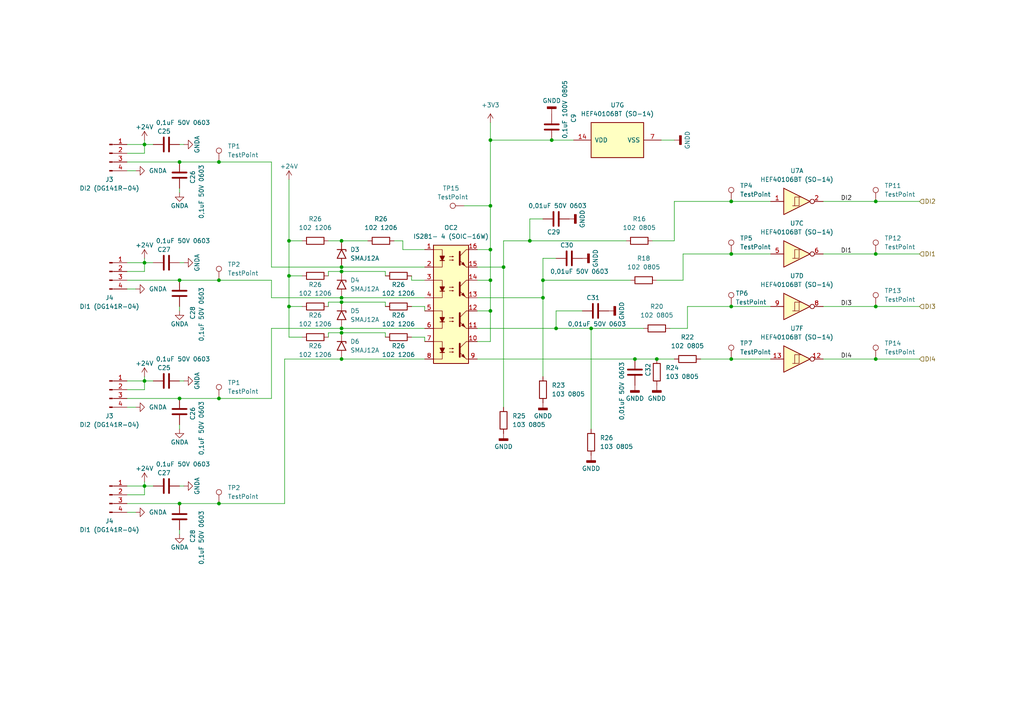
<source format=kicad_sch>
(kicad_sch (version 20230121) (generator eeschema)
  (paper "A4")
  (lib_symbols
    (symbol "4xxx:40106" (pin_names (offset 1.016))
      (property "Reference" "U" (at 0 1.27 0))
      (property "Value" "40106" (at 0 -1.27 0))
      (symbol "40106_1_0"
        (polyline (pts (xy -0.635 -1.27) (xy -0.635 1.27) (xy 0.635 1.27)))
        (polyline (pts (xy -3.81 3.81) (xy -3.81 -3.81) (xy 3.81 0) (xy -3.81 3.81)) (stroke (width 0.254)) (fill (type background)))
        (polyline (pts (xy -1.27 -1.27) (xy 0.635 -1.27) (xy 0.635 1.27) (xy 1.27 1.27)))
        (pin input line (at -7.62 0 0) (length 3.81) (name "~") (number "1"))
        (pin output inverted (at 7.62 0 180) (length 3.81) (name "~") (number "2"))
      )
      (symbol "40106_2_0"
        (polyline (pts (xy -0.635 -1.27) (xy -0.635 1.27) (xy 0.635 1.27)))
        (polyline (pts (xy -3.81 3.81) (xy -3.81 -3.81) (xy 3.81 0) (xy -3.81 3.81)) (stroke (width 0.254)) (fill (type background)))
        (polyline (pts (xy -1.27 -1.27) (xy 0.635 -1.27) (xy 0.635 1.27) (xy 1.27 1.27)))
        (pin input line (at -7.62 0 0) (length 3.81) (name "~") (number "3"))
        (pin output inverted (at 7.62 0 180) (length 3.81) (name "~") (number "4"))
      )
      (symbol "40106_3_0"
        (polyline (pts (xy -0.635 -1.27) (xy -0.635 1.27) (xy 0.635 1.27)))
        (polyline (pts (xy -3.81 3.81) (xy -3.81 -3.81) (xy 3.81 0) (xy -3.81 3.81)) (stroke (width 0.254)) (fill (type background)))
        (polyline (pts (xy -1.27 -1.27) (xy 0.635 -1.27) (xy 0.635 1.27) (xy 1.27 1.27)))
        (pin input line (at -7.62 0 0) (length 3.81) (name "~") (number "5"))
        (pin output inverted (at 7.62 0 180) (length 3.81) (name "~") (number "6"))
      )
      (symbol "40106_4_0"
        (polyline (pts (xy -0.635 -1.27) (xy -0.635 1.27) (xy 0.635 1.27)))
        (polyline (pts (xy -3.81 3.81) (xy -3.81 -3.81) (xy 3.81 0) (xy -3.81 3.81)) (stroke (width 0.254)) (fill (type background)))
        (polyline (pts (xy -1.27 -1.27) (xy 0.635 -1.27) (xy 0.635 1.27) (xy 1.27 1.27)))
        (pin output inverted (at 7.62 0 180) (length 3.81) (name "~") (number "8"))
        (pin input line (at -7.62 0 0) (length 3.81) (name "~") (number "9"))
      )
      (symbol "40106_5_0"
        (polyline (pts (xy -0.635 -1.27) (xy -0.635 1.27) (xy 0.635 1.27)))
        (polyline (pts (xy -3.81 3.81) (xy -3.81 -3.81) (xy 3.81 0) (xy -3.81 3.81)) (stroke (width 0.254)) (fill (type background)))
        (polyline (pts (xy -1.27 -1.27) (xy 0.635 -1.27) (xy 0.635 1.27) (xy 1.27 1.27)))
        (pin output inverted (at 7.62 0 180) (length 3.81) (name "~") (number "10"))
        (pin input line (at -7.62 0 0) (length 3.81) (name "~") (number "11"))
      )
      (symbol "40106_6_0"
        (polyline (pts (xy -0.635 -1.27) (xy -0.635 1.27) (xy 0.635 1.27)))
        (polyline (pts (xy -3.81 3.81) (xy -3.81 -3.81) (xy 3.81 0) (xy -3.81 3.81)) (stroke (width 0.254)) (fill (type background)))
        (polyline (pts (xy -1.27 -1.27) (xy 0.635 -1.27) (xy 0.635 1.27) (xy 1.27 1.27)))
        (pin output inverted (at 7.62 0 180) (length 3.81) (name "~") (number "12"))
        (pin input line (at -7.62 0 0) (length 3.81) (name "~") (number "13"))
      )
      (symbol "40106_7_0"
        (pin power_in line (at 0 12.7 270) (length 5.08) (name "VDD") (number "14"))
        (pin power_in line (at 0 -12.7 90) (length 5.08) (name "VSS") (number "7"))
      )
      (symbol "40106_7_1"
        (rectangle (start -5.08 7.62) (end 5.08 -7.62) (stroke (width 0.254)) (fill (type background)))
      )
    )
    (symbol "Connector:Conn_01x04_Pin" (pin_names (offset 1.016) hide)
      (property "Reference" "J" (at 0 5.08 0))
      (property "Value" "Conn_01x04_Pin" (at 0 -7.62 0))
      (symbol "Conn_01x04_Pin_1_1"
        (polyline (pts (xy 1.27 -5.08) (xy 0.8636 -5.08)) (stroke (width 0.1524)))
        (polyline (pts (xy 1.27 -2.54) (xy 0.8636 -2.54)) (stroke (width 0.1524)))
        (polyline (pts (xy 1.27 0) (xy 0.8636 0)) (stroke (width 0.1524)))
        (polyline (pts (xy 1.27 2.54) (xy 0.8636 2.54)) (stroke (width 0.1524)))
        (rectangle (start 0.8636 -4.953) (end 0 -5.207) (stroke (width 0.1524)) (fill (type outline)))
        (rectangle (start 0.8636 -2.413) (end 0 -2.667) (stroke (width 0.1524)) (fill (type outline)))
        (rectangle (start 0.8636 0.127) (end 0 -0.127) (stroke (width 0.1524)) (fill (type outline)))
        (rectangle (start 0.8636 2.667) (end 0 2.413) (stroke (width 0.1524)) (fill (type outline)))
        (pin passive line (at 5.08 2.54 180) (length 3.81) (name "Pin_1") (number "1"))
        (pin passive line (at 5.08 0 180) (length 3.81) (name "Pin_2") (number "2"))
        (pin passive line (at 5.08 -2.54 180) (length 3.81) (name "Pin_3") (number "3"))
        (pin passive line (at 5.08 -5.08 180) (length 3.81) (name "Pin_4") (number "4"))
      )
    )
    (symbol "Connector:TestPoint" (pin_numbers hide) (pin_names (offset 0.762) hide)
      (property "Reference" "TP" (at 0 6.858 0))
      (property "Value" "TestPoint" (at 0 5.08 0))
      (symbol "TestPoint_0_1"
        (circle (center 0 3.302) (radius 0.762))
      )
      (symbol "TestPoint_1_1"
        (pin passive line (at 0 0 90) (length 2.54) (name "1") (number "1"))
      )
    )
    (symbol "Device:C" (pin_numbers hide) (pin_names (offset 0.254))
      (property "Reference" "C" (at 0.635 2.54 0))
      (property "Value" "C" (at 0.635 -2.54 0))
      (symbol "C_0_1"
        (polyline (pts (xy -2.032 -0.762) (xy 2.032 -0.762)) (stroke (width 0.508)))
        (polyline (pts (xy -2.032 0.762) (xy 2.032 0.762)) (stroke (width 0.508)))
      )
      (symbol "C_1_1"
        (pin passive line (at 0 3.81 270) (length 2.794) (name "~") (number "1"))
        (pin passive line (at 0 -3.81 90) (length 2.794) (name "~") (number "2"))
      )
    )
    (symbol "Device:R" (pin_numbers hide) (pin_names (offset 0))
      (property "Reference" "R" (at 2.032 0 90))
      (property "Value" "R" (at 0 0 90))
      (symbol "R_0_1"
        (rectangle (start -1.016 -2.54) (end 1.016 2.54) (stroke (width 0.254)))
      )
      (symbol "R_1_1"
        (pin passive line (at 0 3.81 270) (length 1.27) (name "~") (number "1"))
        (pin passive line (at 0 -3.81 90) (length 1.27) (name "~") (number "2"))
      )
    )
    (symbol "Diode:SMAJ12A" (pin_numbers hide) (pin_names (offset 1.016) hide)
      (property "Reference" "D" (at 0 2.54 0))
      (property "Value" "SMAJ12A" (at 0 -2.54 0))
      (symbol "SMAJ12A_0_1"
        (polyline (pts (xy -0.762 1.27) (xy -1.27 1.27) (xy -1.27 -1.27)) (stroke (width 0.254)))
        (polyline (pts (xy 1.27 1.27) (xy 1.27 -1.27) (xy -1.27 0) (xy 1.27 1.27)) (stroke (width 0.254)))
      )
      (symbol "SMAJ12A_1_1"
        (pin passive line (at -3.81 0 0) (length 2.54) (name "A1") (number "1"))
        (pin passive line (at 3.81 0 180) (length 2.54) (name "A2") (number "2"))
      )
    )
    (symbol "PCM_4ms_Power-symbol:GNDA" (power) (pin_numbers hide) (pin_names (offset 0) hide)
      (property "Value" "GNDA" (at 0 -3.81 0))
      (symbol "GNDA_0_1"
        (polyline (pts (xy 0 0) (xy 0 -1.27) (xy 1.27 -1.27) (xy 0 -2.54) (xy -1.27 -1.27) (xy 0 -1.27)))
      )
      (symbol "GNDA_1_1"
        (pin power_in line (at 0 0 270) (length 0) hide (name "GNDA") (number "1"))
      )
    )
    (symbol "PCM_Optocoupler_AKL:Optocoupler_Quad_Generic" (pin_names (offset 1.016))
      (property "Reference" "OC" (at -5.08 17.78 0))
      (property "Value" "Optocoupler_Quad_Generic" (at -5.08 15.24 0))
      (symbol "Optocoupler_Quad_Generic_0_1"
        (rectangle (start -5.08 12.7) (end 5.08 -21.59) (stroke (width 0.254)) (fill (type background)))
        (polyline (pts (xy -3.175 8.255) (xy -1.905 8.255)) (stroke (width 0.254)))
        (polyline (pts (xy 2.54 9.525) (xy 4.445 11.43)))
        (polyline (pts (xy 4.445 6.35) (xy 2.54 8.255)) (fill (type outline)))
        (polyline (pts (xy 4.445 6.35) (xy 5.08 6.35)))
        (polyline (pts (xy 4.445 11.43) (xy 5.08 11.43)))
        (polyline (pts (xy -5.08 11.43) (xy -2.54 11.43) (xy -2.54 8.255)))
        (polyline (pts (xy -2.54 8.255) (xy -2.54 6.35) (xy -5.08 6.35)))
        (polyline (pts (xy 2.54 10.795) (xy 2.54 6.985) (xy 2.54 6.985)) (stroke (width 0.508)))
        (polyline (pts (xy -2.54 8.255) (xy -3.175 9.525) (xy -1.905 9.525) (xy -2.54 8.255)) (stroke (width 0.254)) (fill (type outline)))
        (polyline (pts (xy -0.508 8.382) (xy 0.762 8.382) (xy 0.381 8.255) (xy 0.381 8.509) (xy 0.762 8.382)))
        (polyline (pts (xy -0.508 9.398) (xy 0.762 9.398) (xy 0.381 9.271) (xy 0.381 9.525) (xy 0.762 9.398)))
        (polyline (pts (xy 3.048 7.239) (xy 3.556 7.747) (xy 4.064 6.731) (xy 3.048 7.239) (xy 3.048 7.239)) (fill (type outline)))
      )
      (symbol "Optocoupler_Quad_Generic_1_1"
        (polyline (pts (xy -3.175 -18.415) (xy -1.905 -18.415)) (stroke (width 0.254)))
        (polyline (pts (xy -3.175 -9.525) (xy -1.905 -9.525)) (stroke (width 0.254)))
        (polyline (pts (xy -3.175 -0.635) (xy -1.905 -0.635)) (stroke (width 0.254)))
        (polyline (pts (xy 2.54 -17.145) (xy 4.445 -15.24)))
        (polyline (pts (xy 2.54 -8.255) (xy 4.445 -6.35)))
        (polyline (pts (xy 2.54 0.635) (xy 4.445 2.54)))
        (polyline (pts (xy 4.445 -20.32) (xy 2.54 -18.415)) (fill (type outline)))
        (polyline (pts (xy 4.445 -20.32) (xy 5.08 -20.32)))
        (polyline (pts (xy 4.445 -15.24) (xy 5.08 -15.24)))
        (polyline (pts (xy 4.445 -11.43) (xy 2.54 -9.525)) (fill (type outline)))
        (polyline (pts (xy 4.445 -11.43) (xy 5.08 -11.43)))
        (polyline (pts (xy 4.445 -6.35) (xy 5.08 -6.35)))
        (polyline (pts (xy 4.445 -2.54) (xy 2.54 -0.635)) (fill (type outline)))
        (polyline (pts (xy 4.445 -2.54) (xy 5.08 -2.54)))
        (polyline (pts (xy 4.445 2.54) (xy 5.08 2.54)))
        (polyline (pts (xy -5.08 -15.24) (xy -2.54 -15.24) (xy -2.54 -18.415)))
        (polyline (pts (xy -5.08 -6.35) (xy -2.54 -6.35) (xy -2.54 -9.525)))
        (polyline (pts (xy -5.08 2.54) (xy -2.54 2.54) (xy -2.54 -0.635)))
        (polyline (pts (xy -2.54 -18.415) (xy -2.54 -20.32) (xy -5.08 -20.32)))
        (polyline (pts (xy -2.54 -9.525) (xy -2.54 -11.43) (xy -5.08 -11.43)))
        (polyline (pts (xy -2.54 -0.635) (xy -2.54 -2.54) (xy -5.08 -2.54)))
        (polyline (pts (xy 2.54 -15.875) (xy 2.54 -19.685) (xy 2.54 -19.685)) (stroke (width 0.508)))
        (polyline (pts (xy 2.54 -6.985) (xy 2.54 -10.795) (xy 2.54 -10.795)) (stroke (width 0.508)))
        (polyline (pts (xy 2.54 1.905) (xy 2.54 -1.905) (xy 2.54 -1.905)) (stroke (width 0.508)))
        (polyline (pts (xy -2.54 -18.415) (xy -3.175 -17.145) (xy -1.905 -17.145) (xy -2.54 -18.415)) (stroke (width 0.254)) (fill (type outline)))
        (polyline (pts (xy -2.54 -9.525) (xy -3.175 -8.255) (xy -1.905 -8.255) (xy -2.54 -9.525)) (stroke (width 0.254)) (fill (type outline)))
        (polyline (pts (xy -2.54 -0.635) (xy -3.175 0.635) (xy -1.905 0.635) (xy -2.54 -0.635)) (stroke (width 0.254)) (fill (type outline)))
        (polyline (pts (xy -0.508 -18.288) (xy 0.762 -18.288) (xy 0.381 -18.415) (xy 0.381 -18.161) (xy 0.762 -18.288)))
        (polyline (pts (xy -0.508 -17.272) (xy 0.762 -17.272) (xy 0.381 -17.399) (xy 0.381 -17.145) (xy 0.762 -17.272)))
        (polyline (pts (xy -0.508 -9.398) (xy 0.762 -9.398) (xy 0.381 -9.525) (xy 0.381 -9.271) (xy 0.762 -9.398)))
        (polyline (pts (xy -0.508 -8.382) (xy 0.762 -8.382) (xy 0.381 -8.509) (xy 0.381 -8.255) (xy 0.762 -8.382)))
        (polyline (pts (xy -0.508 -0.508) (xy 0.762 -0.508) (xy 0.381 -0.635) (xy 0.381 -0.381) (xy 0.762 -0.508)))
        (polyline (pts (xy -0.508 0.508) (xy 0.762 0.508) (xy 0.381 0.381) (xy 0.381 0.635) (xy 0.762 0.508)))
        (polyline (pts (xy 3.048 -19.431) (xy 3.556 -18.923) (xy 4.064 -19.939) (xy 3.048 -19.431) (xy 3.048 -19.431)) (fill (type outline)))
        (polyline (pts (xy 3.048 -10.541) (xy 3.556 -10.033) (xy 4.064 -11.049) (xy 3.048 -10.541) (xy 3.048 -10.541)) (fill (type outline)))
        (polyline (pts (xy 3.048 -1.651) (xy 3.556 -1.143) (xy 4.064 -2.159) (xy 3.048 -1.651) (xy 3.048 -1.651)) (fill (type outline)))
        (pin passive line (at -7.62 11.43 0) (length 2.54) (name "~") (number "1"))
        (pin passive line (at 7.62 -15.24 180) (length 2.54) (name "~") (number "10"))
        (pin passive line (at 7.62 -11.43 180) (length 2.54) (name "~") (number "11"))
        (pin passive line (at 7.62 -6.35 180) (length 2.54) (name "~") (number "12"))
        (pin passive line (at 7.62 -2.54 180) (length 2.54) (name "~") (number "13"))
        (pin passive line (at 7.62 2.54 180) (length 2.54) (name "~") (number "14"))
        (pin passive line (at 7.62 6.35 180) (length 2.54) (name "~") (number "15"))
        (pin passive line (at 7.62 11.43 180) (length 2.54) (name "~") (number "16"))
        (pin passive line (at -7.62 6.35 0) (length 2.54) (name "~") (number "2"))
        (pin passive line (at -7.62 2.54 0) (length 2.54) (name "~") (number "3"))
        (pin passive line (at -7.62 -2.54 0) (length 2.54) (name "~") (number "4"))
        (pin passive line (at -7.62 -6.35 0) (length 2.54) (name "~") (number "5"))
        (pin passive line (at -7.62 -11.43 0) (length 2.54) (name "~") (number "6"))
        (pin passive line (at -7.62 -15.24 0) (length 2.54) (name "~") (number "7"))
        (pin passive line (at -7.62 -20.32 0) (length 2.54) (name "~") (number "8"))
        (pin passive line (at 7.62 -20.32 180) (length 2.54) (name "~") (number "9"))
      )
    )
    (symbol "power:+24V" (power) (pin_numbers hide) (pin_names (offset 0) hide)
      (property "Value" "+24V" (at 0 3.556 0))
      (symbol "+24V_0_1"
        (polyline (pts (xy -0.762 1.27) (xy 0 2.54)))
        (polyline (pts (xy 0 0) (xy 0 2.54)))
        (polyline (pts (xy 0 2.54) (xy 0.762 1.27)))
      )
      (symbol "+24V_1_1"
        (pin power_in line (at 0 0 90) (length 0) hide (name "+24V") (number "1"))
      )
    )
    (symbol "power:+3V3" (power) (pin_numbers hide) (pin_names (offset 0) hide)
      (property "Value" "+3V3" (at 0 3.556 0))
      (symbol "+3V3_0_1"
        (polyline (pts (xy -0.762 1.27) (xy 0 2.54)))
        (polyline (pts (xy 0 0) (xy 0 2.54)))
        (polyline (pts (xy 0 2.54) (xy 0.762 1.27)))
      )
      (symbol "+3V3_1_1"
        (pin power_in line (at 0 0 90) (length 0) hide (name "+3V3") (number "1"))
      )
    )
    (symbol "power:GNDD" (power) (pin_numbers hide) (pin_names (offset 0) hide)
      (property "Value" "GNDD" (at 0 -3.175 0))
      (symbol "GNDD_0_1"
        (rectangle (start -1.27 -1.524) (end 1.27 -2.032) (stroke (width 0.254)) (fill (type outline)))
        (polyline (pts (xy 0 0) (xy 0 -1.524)))
      )
      (symbol "GNDD_1_1"
        (pin power_in line (at 0 0 270) (length 0) hide (name "GNDD") (number "1"))
      )
    )
  )
  (junction (at 52.07 81.28))
  (junction (at 41.91 76.2))
  (junction (at 142.24 59.69))
  (junction (at 190.5 104.14))
  (junction (at 142.24 72.39))
  (junction (at 41.91 110.49))
  (junction (at 83.82 69.85))
  (junction (at 41.91 41.91))
  (junction (at 142.24 90.17))
  (junction (at 41.91 140.97))
  (junction (at 99.06 69.85))
  (junction (at 146.05 77.47))
  (junction (at 63.5 115.57))
  (junction (at 254 73.66))
  (junction (at 160.02 40.64))
  (junction (at 99.06 78.74))
  (junction (at 212.09 104.14))
  (junction (at 63.5 146.05))
  (junction (at 212.09 88.9))
  (junction (at 99.06 86.36))
  (junction (at 99.06 95.25))
  (junction (at 99.06 77.47))
  (junction (at 83.82 88.9))
  (junction (at 254 88.9))
  (junction (at 52.07 115.57))
  (junction (at 52.07 46.99))
  (junction (at 99.06 104.14))
  (junction (at 99.06 87.63))
  (junction (at 171.45 95.25))
  (junction (at 157.48 86.36))
  (junction (at 212.09 73.66))
  (junction (at 153.67 69.85))
  (junction (at 184.15 104.14))
  (junction (at 142.24 40.64))
  (junction (at 83.82 80.01))
  (junction (at 254 104.14))
  (junction (at 161.29 95.25))
  (junction (at 63.5 46.99))
  (junction (at 99.06 96.52))
  (junction (at 142.24 81.28))
  (junction (at 157.48 81.28))
  (junction (at 63.5 81.28))
  (junction (at 212.09 58.42))
  (junction (at 52.07 146.05))
  (junction (at 254 58.42))
  (wire (pts (xy 41.91 110.49) (xy 41.91 113.03)))
  (wire (pts (xy 99.06 77.47) (xy 123.19 77.47)))
  (wire (pts (xy 212.09 88.9) (xy 223.52 88.9)))
  (wire (pts (xy 52.07 124.46) (xy 52.07 123.19)))
  (wire (pts (xy 99.06 96.52) (xy 111.76 96.52)))
  (wire (pts (xy 161.29 95.25) (xy 171.45 95.25)))
  (wire (pts (xy 41.91 110.49) (xy 44.45 110.49)))
  (wire (pts (xy 146.05 118.11) (xy 146.05 77.47)))
  (wire (pts (xy 99.06 87.63) (xy 111.76 87.63)))
  (wire (pts (xy 41.91 109.22) (xy 41.91 110.49)))
  (wire (pts (xy 142.24 40.64) (xy 142.24 59.69)))
  (wire (pts (xy 138.43 90.17) (xy 142.24 90.17)))
  (wire (pts (xy 238.76 104.14) (xy 254 104.14)))
  (wire (pts (xy 168.91 90.17) (xy 161.29 90.17)))
  (wire (pts (xy 36.83 146.05) (xy 52.07 146.05)))
  (wire (pts (xy 95.25 88.9) (xy 95.25 87.63)))
  (wire (pts (xy 212.09 104.14) (xy 223.52 104.14)))
  (wire (pts (xy 95.25 80.01) (xy 95.25 78.74)))
  (wire (pts (xy 195.58 40.64) (xy 191.77 40.64)))
  (wire (pts (xy 44.45 76.2) (xy 41.91 76.2)))
  (wire (pts (xy 78.74 86.36) (xy 99.06 86.36)))
  (wire (pts (xy 63.5 46.99) (xy 52.07 46.99)))
  (wire (pts (xy 36.83 49.53) (xy 39.37 49.53)))
  (wire (pts (xy 82.55 104.14) (xy 82.55 146.05)))
  (wire (pts (xy 142.24 35.56) (xy 142.24 40.64)))
  (wire (pts (xy 41.91 76.2) (xy 41.91 78.74)))
  (wire (pts (xy 171.45 95.25) (xy 171.45 124.46)))
  (wire (pts (xy 36.83 113.03) (xy 41.91 113.03)))
  (wire (pts (xy 138.43 72.39) (xy 142.24 72.39)))
  (wire (pts (xy 83.82 97.79) (xy 83.82 88.9)))
  (wire (pts (xy 78.74 115.57) (xy 63.5 115.57)))
  (wire (pts (xy 53.34 110.49) (xy 52.07 110.49)))
  (wire (pts (xy 161.29 74.93) (xy 157.48 74.93)))
  (wire (pts (xy 157.48 81.28) (xy 182.88 81.28)))
  (wire (pts (xy 83.82 88.9) (xy 83.82 80.01)))
  (wire (pts (xy 142.24 99.06) (xy 142.24 90.17)))
  (wire (pts (xy 195.58 69.85) (xy 195.58 58.42)))
  (wire (pts (xy 78.74 95.25) (xy 99.06 95.25)))
  (wire (pts (xy 146.05 69.85) (xy 146.05 77.47)))
  (wire (pts (xy 87.63 80.01) (xy 83.82 80.01)))
  (wire (pts (xy 138.43 99.06) (xy 142.24 99.06)))
  (wire (pts (xy 36.83 140.97) (xy 41.91 140.97)))
  (wire (pts (xy 153.67 63.5) (xy 153.67 69.85)))
  (wire (pts (xy 78.74 46.99) (xy 78.74 77.47)))
  (wire (pts (xy 238.76 88.9) (xy 254 88.9)))
  (wire (pts (xy 78.74 95.25) (xy 78.74 115.57)))
  (wire (pts (xy 99.06 95.25) (xy 123.19 95.25)))
  (wire (pts (xy 95.25 69.85) (xy 99.06 69.85)))
  (wire (pts (xy 254 73.66) (xy 266.7 73.66)))
  (wire (pts (xy 190.5 104.14) (xy 195.58 104.14)))
  (wire (pts (xy 39.37 148.59) (xy 36.83 148.59)))
  (wire (pts (xy 99.06 86.36) (xy 123.19 86.36)))
  (wire (pts (xy 36.83 41.91) (xy 41.91 41.91)))
  (wire (pts (xy 36.83 78.74) (xy 41.91 78.74)))
  (wire (pts (xy 99.06 104.14) (xy 123.19 104.14)))
  (wire (pts (xy 161.29 90.17) (xy 161.29 95.25)))
  (wire (pts (xy 114.3 69.85) (xy 116.84 69.85)))
  (wire (pts (xy 52.07 46.99) (xy 36.83 46.99)))
  (wire (pts (xy 87.63 88.9) (xy 83.82 88.9)))
  (wire (pts (xy 119.38 81.28) (xy 119.38 80.01)))
  (wire (pts (xy 52.07 115.57) (xy 36.83 115.57)))
  (wire (pts (xy 194.31 95.25) (xy 199.39 95.25)))
  (wire (pts (xy 254 88.9) (xy 266.7 88.9)))
  (wire (pts (xy 44.45 140.97) (xy 41.91 140.97)))
  (wire (pts (xy 119.38 97.79) (xy 123.19 97.79)))
  (wire (pts (xy 78.74 77.47) (xy 99.06 77.47)))
  (wire (pts (xy 157.48 81.28) (xy 157.48 86.36)))
  (wire (pts (xy 223.52 73.66) (xy 212.09 73.66)))
  (wire (pts (xy 41.91 41.91) (xy 41.91 44.45)))
  (wire (pts (xy 198.12 81.28) (xy 190.5 81.28)))
  (wire (pts (xy 52.07 81.28) (xy 63.5 81.28)))
  (wire (pts (xy 203.2 104.14) (xy 212.09 104.14)))
  (wire (pts (xy 116.84 69.85) (xy 116.84 72.39)))
  (wire (pts (xy 146.05 69.85) (xy 153.67 69.85)))
  (wire (pts (xy 36.83 110.49) (xy 41.91 110.49)))
  (wire (pts (xy 189.23 69.85) (xy 195.58 69.85)))
  (wire (pts (xy 111.76 87.63) (xy 111.76 88.9)))
  (wire (pts (xy 138.43 81.28) (xy 142.24 81.28)))
  (wire (pts (xy 157.48 86.36) (xy 157.48 109.22)))
  (wire (pts (xy 99.06 69.85) (xy 106.68 69.85)))
  (wire (pts (xy 52.07 154.94) (xy 52.07 153.67)))
  (wire (pts (xy 123.19 88.9) (xy 123.19 90.17)))
  (wire (pts (xy 142.24 59.69) (xy 142.24 72.39)))
  (wire (pts (xy 254 104.14) (xy 266.7 104.14)))
  (wire (pts (xy 123.19 81.28) (xy 119.38 81.28)))
  (wire (pts (xy 99.06 104.14) (xy 82.55 104.14)))
  (wire (pts (xy 160.02 40.64) (xy 166.37 40.64)))
  (wire (pts (xy 111.76 78.74) (xy 111.76 80.01)))
  (wire (pts (xy 116.84 72.39) (xy 123.19 72.39)))
  (wire (pts (xy 238.76 58.42) (xy 254 58.42)))
  (wire (pts (xy 53.34 76.2) (xy 52.07 76.2)))
  (wire (pts (xy 212.09 58.42) (xy 223.52 58.42)))
  (wire (pts (xy 63.5 46.99) (xy 78.74 46.99)))
  (wire (pts (xy 195.58 58.42) (xy 212.09 58.42)))
  (wire (pts (xy 83.82 80.01) (xy 83.82 69.85)))
  (wire (pts (xy 52.07 146.05) (xy 63.5 146.05)))
  (wire (pts (xy 82.55 146.05) (xy 63.5 146.05)))
  (wire (pts (xy 146.05 77.47) (xy 138.43 77.47)))
  (wire (pts (xy 52.07 90.17) (xy 52.07 88.9)))
  (wire (pts (xy 41.91 74.93) (xy 41.91 76.2)))
  (wire (pts (xy 41.91 41.91) (xy 44.45 41.91)))
  (wire (pts (xy 95.25 96.52) (xy 99.06 96.52)))
  (wire (pts (xy 83.82 52.07) (xy 83.82 69.85)))
  (wire (pts (xy 238.76 73.66) (xy 254 73.66)))
  (wire (pts (xy 83.82 69.85) (xy 87.63 69.85)))
  (wire (pts (xy 138.43 86.36) (xy 157.48 86.36)))
  (wire (pts (xy 53.34 140.97) (xy 52.07 140.97)))
  (wire (pts (xy 171.45 95.25) (xy 186.69 95.25)))
  (wire (pts (xy 36.83 143.51) (xy 41.91 143.51)))
  (wire (pts (xy 99.06 78.74) (xy 111.76 78.74)))
  (wire (pts (xy 157.48 74.93) (xy 157.48 81.28)))
  (wire (pts (xy 36.83 76.2) (xy 41.91 76.2)))
  (wire (pts (xy 95.25 97.79) (xy 95.25 96.52)))
  (wire (pts (xy 134.62 59.69) (xy 142.24 59.69)))
  (wire (pts (xy 36.83 118.11) (xy 39.37 118.11)))
  (wire (pts (xy 39.37 83.82) (xy 36.83 83.82)))
  (wire (pts (xy 111.76 96.52) (xy 111.76 97.79)))
  (wire (pts (xy 199.39 88.9) (xy 212.09 88.9)))
  (wire (pts (xy 190.5 104.14) (xy 184.15 104.14)))
  (wire (pts (xy 36.83 81.28) (xy 52.07 81.28)))
  (wire (pts (xy 63.5 115.57) (xy 52.07 115.57)))
  (wire (pts (xy 199.39 95.25) (xy 199.39 88.9)))
  (wire (pts (xy 119.38 88.9) (xy 123.19 88.9)))
  (wire (pts (xy 138.43 104.14) (xy 184.15 104.14)))
  (wire (pts (xy 53.34 41.91) (xy 52.07 41.91)))
  (wire (pts (xy 153.67 69.85) (xy 181.61 69.85)))
  (wire (pts (xy 41.91 140.97) (xy 41.91 143.51)))
  (wire (pts (xy 41.91 40.64) (xy 41.91 41.91)))
  (wire (pts (xy 87.63 97.79) (xy 83.82 97.79)))
  (wire (pts (xy 63.5 81.28) (xy 78.74 81.28)))
  (wire (pts (xy 123.19 97.79) (xy 123.19 99.06)))
  (wire (pts (xy 78.74 81.28) (xy 78.74 86.36)))
  (wire (pts (xy 142.24 40.64) (xy 160.02 40.64)))
  (wire (pts (xy 95.25 87.63) (xy 99.06 87.63)))
  (wire (pts (xy 95.25 78.74) (xy 99.06 78.74)))
  (wire (pts (xy 41.91 139.7) (xy 41.91 140.97)))
  (wire (pts (xy 52.07 55.88) (xy 52.07 54.61)))
  (wire (pts (xy 36.83 44.45) (xy 41.91 44.45)))
  (wire (pts (xy 157.48 63.5) (xy 153.67 63.5)))
  (wire (pts (xy 142.24 90.17) (xy 142.24 81.28)))
  (wire (pts (xy 198.12 81.28) (xy 198.12 73.66)))
  (wire (pts (xy 138.43 95.25) (xy 161.29 95.25)))
  (wire (pts (xy 198.12 73.66) (xy 212.09 73.66)))
  (wire (pts (xy 254 58.42) (xy 266.7 58.42)))
  (wire (pts (xy 142.24 81.28) (xy 142.24 72.39)))
  (label "DI3" (at 243.84 88.9 0))
  (label "DI2" (at 243.84 58.42 0))
  (label "DI1" (at 243.84 73.66 0))
  (label "DI4" (at 243.84 104.14 0))
  (hierarchical_label "DI2" (shape input) (at 266.7 58.42 0))
  (hierarchical_label "DI3" (shape input) (at 266.7 88.9 0))
  (hierarchical_label "DI1" (shape input) (at 266.7 73.66 0))
  (hierarchical_label "DI4" (shape input) (at 266.7 104.14 0))
  (symbol (lib_id "power:GNDD") (at 171.45 132.08 0) (unit 1)
    (property "Reference" "#PWR048" (effects hide))
    (property "Value" "GNDD" (at 171.45 135.89 0))
    (instances (project "Плата внешних шаговых двигателей" (path "" (reference "#PWR048") (unit 1)) (path "" (reference "#PWR078") (unit 1)) (path "" (reference "#PWR078") (unit 1))))
  )
  (symbol (lib_id "Connector:TestPoint") (at 212.09 104.14 0) (unit 1)
    (property "Reference" "TP7" (at 214.63 99.568 0) (effects (justify left)))
    (property "Value" "TestPoint" (at 214.63 102.108 0) (effects (justify left)))
    (property "Footprint" "PCM_4ms_TestPoint:TestPoint_D1" (effects hide))
    (instances (project "Плата внешних шаговых двигателей" (path "" (reference "TP7") (unit 1)) (path "" (reference "TP14") (unit 1))))
  )
  (symbol (lib_id "Device:C") (at 165.1 74.93 90) (unit 1)
    (property "Reference" "C30" (at 166.37 71.12 90) (effects (justify left)))
    (property "Value" "0,01uF 50V 0603" (at 176.53 78.74 90) (effects (justify left)))
    (property "Footprint" "PCM_Capacitor_SMD_US_Handsoldering_AKL:C_0603_1608Metric_Pad1.08x0.95mm" (effects hide))
    (instances (project "Плата внешних шаговых двигателей" (path "" (reference "C30") (unit 1)) (path "" (reference "C28") (unit 1))))
  )
  (symbol (lib_id "Device:R") (at 190.5 95.25 90) (unit 1)
    (property "Reference" "R20" (at 190.5 88.9 90))
    (property "Value" "102 0805" (at 190.5 91.44 90))
    (property "Footprint" "PCM_Resistor_SMD_AKL:R_0805_2012Metric_Pad1.20x1.40mm_HandSolder" (effects hide))
    (instances (project "Плата внешних шаговых двигателей" (path "" (reference "R20") (unit 1)) (path "" (reference "R31") (unit 1)) (path "" (reference "R31") (unit 1))))
  )
  (symbol (lib_id "Connector:TestPoint") (at 63.5 81.28 0) (unit 1)
    (property "Reference" "TP2" (at 66.04 76.708 0) (effects (justify left)))
    (property "Value" "TestPoint" (at 66.04 79.248 0) (effects (justify left)))
    (property "Footprint" "PCM_4ms_TestPoint:TestPoint_D1" (effects hide))
    (instances (project "Плата внешних шаговых двигателей" (path "" (reference "TP2") (unit 1)) (path "" (reference "TP13") (unit 1))))
  )
  (symbol (lib_id "PCM_4ms_Power-symbol:GNDA") (at 53.34 41.91 90) (unit 1)
    (property "Reference" "#PWR065" (effects hide))
    (property "Value" "GNDA" (at 57.15 41.91 0))
    (instances (project "Плата внешних шаговых двигателей" (path "" (reference "#PWR065") (unit 1)) (path "" (reference "#PWR061") (unit 1))) (project "Плата фото светодиоды" (path "" (reference "#PWR03") (unit 1))))
  )
  (symbol (lib_id "power:GNDD") (at 146.05 125.73 0) (unit 1)
    (property "Reference" "#PWR047" (effects hide))
    (property "Value" "GNDD" (at 146.05 129.54 0))
    (instances (project "Плата внешних шаговых двигателей" (path "" (reference "#PWR047") (unit 1)) (path "" (reference "#PWR077") (unit 1)) (path "" (reference "#PWR077") (unit 1))))
  )
  (symbol (lib_id "PCM_4ms_Power-symbol:GNDA") (at 52.07 124.46 0) (unit 1)
    (property "Reference" "#PWR070" (effects hide))
    (property "Value" "GNDA" (at 52.07 128.27 0))
    (instances (project "Плата внешних шаговых двигателей" (path "" (reference "#PWR070") (unit 1)) (path "" (reference "#PWR085") (unit 1))) (project "Плата фото светодиоды" (path "" (reference "#PWR03") (unit 1))))
  )
  (symbol (lib_id "Connector:TestPoint") (at 212.09 58.42 0) (unit 1)
    (property "Reference" "TP4" (at 214.63 53.848 0) (effects (justify left)))
    (property "Value" "TestPoint" (at 214.63 56.388 0) (effects (justify left)))
    (property "Footprint" "PCM_4ms_TestPoint:TestPoint_D1" (effects hide))
    (instances (project "Плата внешних шаговых двигателей" (path "" (reference "TP4") (unit 1)) (path "" (reference "TP1") (unit 1))))
  )
  (symbol (lib_id "PCM_4ms_Power-symbol:GNDA") (at 53.34 110.49 90) (unit 1)
    (property "Reference" "#PWR065" (effects hide))
    (property "Value" "GNDA" (at 57.15 110.49 0))
    (instances (project "Плата внешних шаговых двигателей" (path "" (reference "#PWR065") (unit 1)) (path "" (reference "#PWR083") (unit 1))) (project "Плата фото светодиоды" (path "" (reference "#PWR03") (unit 1))))
  )
  (symbol (lib_id "Device:R") (at 91.44 69.85 90) (unit 1)
    (property "Reference" "R26" (at 91.44 63.5 90))
    (property "Value" "102 1206" (at 91.44 66.04 90))
    (property "Footprint" "PCM_Resistor_SMD_AKL:R_1206_3216Metric_Pad1.42x1.75mm_HandSolder" (effects hide))
    (instances (project "Плата внешних шаговых двигателей" (path "" (reference "R26") (unit 1)) (path "" (reference "R23") (unit 1)) (path "" (reference "R23") (unit 1))))
  )
  (symbol (lib_id "Connector:TestPoint") (at 254 88.9 0) (unit 1)
    (property "Reference" "TP13" (at 256.54 84.328 0) (effects (justify left)))
    (property "Value" "TestPoint" (at 256.54 86.868 0) (effects (justify left)))
    (property "Footprint" "PCM_4ms_TestPoint:TestPoint_D1" (effects hide))
    (instances (project "Плата внешних шаговых двигателей" (path "" (reference "TP13") (unit 1)) (path "" (reference "TP12") (unit 1))))
  )
  (symbol (lib_id "Device:R") (at 91.44 80.01 90) (unit 1)
    (property "Reference" "R26" (at 91.44 82.55 90))
    (property "Value" "102 1206" (at 91.44 85.09 90))
    (property "Footprint" "PCM_Resistor_SMD_AKL:R_1206_3216Metric_Pad1.42x1.75mm_HandSolder" (effects hide))
  )
  (symbol (lib_id "PCM_Optocoupler_AKL:Optocoupler_Quad_Generic") (at 130.81 83.82 0) (unit 1)
    (property "Reference" "OC2" (at 130.81 66.04 0))
    (property "Value" "IS281- 4 (SOIC-16W)" (at 130.81 68.58 0))
    (property "Footprint" "PCM_Package_SO_AKL:SOIC-16W_5.3x10.2mm_P1.27mm" (effects hide))
    (instances (project "Плата внешних шаговых двигателей" (path "" (reference "OC2") (unit 1)) (path "" (reference "OC1") (unit 1)) (path "" (reference "OC1") (unit 1))))
  )
  (symbol (lib_id "power:GNDD") (at 165.1 63.5 90) (unit 1)
    (property "Reference" "#PWR048" (effects hide))
    (property "Value" "GNDD" (at 168.91 63.5 0))
    (instances (project "Плата внешних шаговых двигателей" (path "" (reference "#PWR048") (unit 1)) (path "" (reference "#PWR081") (unit 1)) (path "" (reference "#PWR062") (unit 1))))
  )
  (symbol (lib_id "PCM_4ms_Power-symbol:GNDA") (at 52.07 55.88 0) (unit 1)
    (property "Reference" "#PWR070" (effects hide))
    (property "Value" "GNDA" (at 52.07 59.69 0))
    (instances (project "Плата внешних шаговых двигателей" (path "" (reference "#PWR070") (unit 1)) (path "" (reference "#PWR065") (unit 1))) (project "Плата фото светодиоды" (path "" (reference "#PWR03") (unit 1))))
  )
  (symbol (lib_id "Connector:TestPoint") (at 212.09 73.66 0) (unit 1)
    (property "Reference" "TP5" (at 214.63 69.088 0) (effects (justify left)))
    (property "Value" "TestPoint" (at 214.63 71.628 0) (effects (justify left)))
    (property "Footprint" "PCM_4ms_TestPoint:TestPoint_D1" (effects hide))
  )
  (symbol (lib_id "Device:R") (at 157.48 113.03 0) (unit 1)
    (property "Reference" "R23" (at 160.02 111.76 0) (effects (justify left)))
    (property "Value" "103 0805" (at 160.02 114.3 0) (effects (justify left)))
    (property "Footprint" "PCM_Resistor_SMD_AKL:R_0805_2012Metric_Pad1.20x1.40mm_HandSolder" (effects hide))
    (instances (project "Плата внешних шаговых двигателей" (path "" (reference "R23") (unit 1)) (path "" (reference "R35") (unit 1)) (path "" (reference "R36") (unit 1))))
  )
  (symbol (lib_id "4xxx:40106") (at 179.07 40.64 90) (unit 7)
    (property "Reference" "U7" (at 179.07 30.48 90))
    (property "Value" "HEF40106BT (SO-14)" (at 179.07 33.02 90))
    (property "Footprint" "Package_SO:SO-14_5.3x10.2mm_P1.27mm" (effects hide))
    (property "Datasheet" "https://assets.nexperia.com/documents/data-sheet/HEF40106B.pdf" (effects hide))
  )
  (symbol (lib_id "power:+24V") (at 41.91 139.7 0) (unit 1)
    (property "Reference" "#PWR031" (effects hide))
    (property "Value" "+24V" (at 41.91 135.89 0))
    (instances (project "Плата внешних шаговых двигателей" (path "" (reference "#PWR031") (unit 1)) (path "" (reference "#PWR069") (unit 1)) (path "" (reference "#PWR086") (unit 1))))
  )
  (symbol (lib_id "Device:C") (at 52.07 85.09 0) (unit 1)
    (property "Reference" "C28" (at 55.88 92.71 90) (effects (justify left)))
    (property "Value" "0,1uF 50V 0603" (at 58.42 99.06 90) (effects (justify left)))
    (property "Footprint" "Capacitor_SMD:C_0603_1608Metric_Pad1.08x0.95mm_HandSolder" (effects hide))
    (instances (project "Плата внешних шаговых двигателей" (path "" (reference "C28") (unit 1)) (path "" (reference "C31") (unit 1))))
  )
  (symbol (lib_id "Connector:TestPoint") (at 254 58.42 0) (unit 1)
    (property "Reference" "TP11" (at 256.54 53.848 0) (effects (justify left)))
    (property "Value" "TestPoint" (at 256.54 56.388 0) (effects (justify left)))
    (property "Footprint" "PCM_4ms_TestPoint:TestPoint_D1" (effects hide))
    (instances (project "Плата внешних шаговых двигателей" (path "" (reference "TP11") (unit 1)) (path "" (reference "TP2") (unit 1))))
  )
  (symbol (lib_id "Connector:TestPoint") (at 254 73.66 0) (unit 1)
    (property "Reference" "TP12" (at 256.54 69.088 0) (effects (justify left)))
    (property "Value" "TestPoint" (at 256.54 71.628 0) (effects (justify left)))
    (property "Footprint" "PCM_4ms_TestPoint:TestPoint_D1" (effects hide))
    (instances (project "Плата внешних шаговых двигателей" (path "" (reference "TP12") (unit 1)) (path "" (reference "TP6") (unit 1))))
  )
  (symbol (lib_id "power:GNDD") (at 190.5 111.76 0) (unit 1)
    (property "Reference" "#PWR045" (effects hide))
    (property "Value" "GNDD" (at 190.5 115.57 0))
    (instances (project "Плата внешних шаговых двигателей" (path "" (reference "#PWR045") (unit 1)) (path "" (reference "#PWR076") (unit 1)) (path "" (reference "#PWR075") (unit 1))))
  )
  (symbol (lib_id "4xxx:40106") (at 231.14 104.14 0) (unit 6)
    (property "Reference" "U7" (at 231.14 95.25 0))
    (property "Value" "HEF40106BT (SO-14)" (at 231.14 97.79 0))
    (property "Footprint" "Package_SO:SO-14_5.3x10.2mm_P1.27mm" (effects hide))
    (property "Datasheet" "https://assets.nexperia.com/documents/data-sheet/HEF40106B.pdf" (effects hide))
  )
  (symbol (lib_id "Device:C") (at 52.07 149.86 0) (unit 1)
    (property "Reference" "C28" (at 55.88 157.48 90) (effects (justify left)))
    (property "Value" "0,1uF 50V 0603" (at 58.42 163.83 90) (effects (justify left)))
    (property "Footprint" "Capacitor_SMD:C_0603_1608Metric_Pad1.08x0.95mm_HandSolder" (effects hide))
    (instances (project "Плата внешних шаговых двигателей" (path "" (reference "C28") (unit 1)) (path "" (reference "C36") (unit 1))))
  )
  (symbol (lib_id "power:+3V3") (at 142.24 35.56 0) (unit 1)
    (property "Reference" "#PWR034" (effects hide))
    (property "Value" "+3V3" (at 142.24 30.48 0))
    (instances (project "Плата внешних шаговых двигателей" (path "" (reference "#PWR034") (unit 1)) (path "" (reference "#PWR064") (unit 1)) (path "" (reference "#PWR013") (unit 1))))
  )
  (symbol (lib_id "Device:C") (at 172.72 90.17 90) (unit 1)
    (property "Reference" "C31" (at 173.99 86.36 90) (effects (justify left)))
    (property "Value" "0,01uF 50V 0603" (at 181.61 93.98 90) (effects (justify left)))
    (property "Footprint" "PCM_Capacitor_SMD_US_Handsoldering_AKL:C_0603_1608Metric_Pad1.08x0.95mm" (effects hide))
    (instances (project "Плата внешних шаговых двигателей" (path "" (reference "C31") (unit 1)) (path "" (reference "C30") (unit 1))))
  )
  (symbol (lib_id "Device:R") (at 171.45 128.27 0) (unit 1)
    (property "Reference" "R26" (at 173.99 127 0) (effects (justify left)))
    (property "Value" "103 0805" (at 173.99 129.54 0) (effects (justify left)))
    (property "Footprint" "PCM_Resistor_SMD_AKL:R_0805_2012Metric_Pad1.20x1.40mm_HandSolder" (effects hide))
    (instances (project "Плата внешних шаговых двигателей" (path "" (reference "R26") (unit 1)) (path "" (reference "R38") (unit 1)) (path "" (reference "R38") (unit 1))))
  )
  (symbol (lib_id "Device:C") (at 52.07 50.8 0) (unit 1)
    (property "Reference" "C26" (at 55.88 53.34 90) (effects (justify left)))
    (property "Value" "0,1uF 50V 0603" (at 58.42 63.5 90) (effects (justify left)))
    (property "Footprint" "Capacitor_SMD:C_0603_1608Metric_Pad1.08x0.95mm_HandSolder" (effects hide))
    (instances (project "Плата внешних шаговых двигателей" (path "" (reference "C26") (unit 1)) (path "" (reference "C27") (unit 1))))
  )
  (symbol (lib_id "Connector:TestPoint") (at 134.62 59.69 90) (unit 1)
    (property "Reference" "TP15" (at 130.81 54.61 90))
    (property "Value" "TestPoint" (at 131.318 57.15 90))
    (property "Footprint" "PCM_4ms_TestPoint:TestPoint_D1" (effects hide))
    (instances (project "Плата внешних шаговых двигателей" (path "" (reference "TP15") (unit 1)) (path "" (reference "TP4") (unit 1))))
  )
  (symbol (lib_id "power:GNDD") (at 157.48 116.84 0) (unit 1)
    (property "Reference" "#PWR044" (effects hide))
    (property "Value" "GNDD" (at 157.48 120.65 0))
    (instances (project "Плата внешних шаговых двигателей" (path "" (reference "#PWR044") (unit 1)) (path "" (reference "#PWR075") (unit 1)) (path "" (reference "#PWR076") (unit 1))))
  )
  (symbol (lib_id "Device:R") (at 110.49 69.85 90) (unit 1)
    (property "Reference" "R26" (at 110.49 63.5 90))
    (property "Value" "102 1206" (at 110.49 66.04 90))
    (property "Footprint" "PCM_Resistor_SMD_AKL:R_1206_3216Metric_Pad1.42x1.75mm_HandSolder" (effects hide))
    (instances (project "Плата внешних шаговых двигателей" (path "" (reference "R26") (unit 1)) (path "" (reference "R24") (unit 1)) (path "" (reference "R24") (unit 1))))
  )
  (symbol (lib_id "power:+24V") (at 83.82 52.07 0) (unit 1)
    (property "Reference" "#PWR032" (effects hide))
    (property "Value" "+24V" (at 83.82 48.26 0))
    (instances (project "Плата внешних шаговых двигателей" (path "" (reference "#PWR032") (unit 1)) (path "" (reference "#PWR062") (unit 1)) (path "" (reference "#PWR029") (unit 1))))
  )
  (symbol (lib_id "Connector:TestPoint") (at 63.5 146.05 0) (unit 1)
    (property "Reference" "TP2" (at 66.04 141.478 0) (effects (justify left)))
    (property "Value" "TestPoint" (at 66.04 144.018 0) (effects (justify left)))
    (property "Footprint" "PCM_4ms_TestPoint:TestPoint_D1" (effects hide))
    (instances (project "Плата внешних шаговых двигателей" (path "" (reference "TP2") (unit 1)) (path "" (reference "TP17") (unit 1))))
  )
  (symbol (lib_id "Device:R") (at 190.5 107.95 0) (unit 1)
    (property "Reference" "R24" (at 193.04 106.68 0) (effects (justify left)))
    (property "Value" "103 0805" (at 193.04 109.22 0) (effects (justify left)))
    (property "Footprint" "PCM_Resistor_SMD_AKL:R_0805_2012Metric_Pad1.20x1.40mm_HandSolder" (effects hide))
    (instances (project "Плата внешних шаговых двигателей" (path "" (reference "R24") (unit 1)) (path "" (reference "R36") (unit 1)) (path "" (reference "R35") (unit 1))))
  )
  (symbol (lib_id "power:GNDD") (at 160.02 33.02 180) (unit 1)
    (property "Reference" "#PWR019" (effects hide))
    (property "Value" "GNDD" (at 160.02 29.21 0))
    (instances (project "Плата внешних шаговых двигателей" (path "" (reference "#PWR019") (unit 1)) (path "" (reference "#PWR061") (unit 1)) (path "" (reference "#PWR012") (unit 1))))
  )
  (symbol (lib_id "PCM_4ms_Power-symbol:GNDA") (at 39.37 83.82 90) (unit 1)
    (property "Reference" "#PWR038" (effects hide))
    (property "Value" "GNDA" (at 43.18 83.82 90) (effects (justify right)))
    (instances (project "Плата внешних шаговых двигателей" (path "" (reference "#PWR038") (unit 1)) (path "" (reference "#PWR073") (unit 1)) (path "" (reference "#PWR071") (unit 1))))
  )
  (symbol (lib_id "Connector:Conn_01x04_Pin") (at 31.75 78.74 0) (unit 1)
    (property "Reference" "J4" (at 31.75 86.36 0))
    (property "Value" "DI1 (DG141R-04)" (at 31.75 88.9 0))
    (property "Footprint" "Connector:DG141R-04" (effects hide))
  )
  (symbol (lib_id "power:GNDD") (at 168.91 74.93 90) (unit 1)
    (property "Reference" "#PWR048" (effects hide))
    (property "Value" "GNDD" (at 172.72 74.93 0))
    (instances (project "Плата внешних шаговых двигателей" (path "" (reference "#PWR048") (unit 1)) (path "" (reference "#PWR082") (unit 1)) (path "" (reference "#PWR069") (unit 1))))
  )
  (symbol (lib_id "PCM_4ms_Power-symbol:GNDA") (at 52.07 154.94 0) (unit 1)
    (property "Reference" "#PWR074" (effects hide))
    (property "Value" "GNDA" (at 52.07 158.75 0))
    (instances (project "Плата внешних шаговых двигателей" (path "" (reference "#PWR074") (unit 1)) (path "" (reference "#PWR089") (unit 1))) (project "Плата фото светодиоды" (path "" (reference "#PWR03") (unit 1))))
  )
  (symbol (lib_id "Device:R") (at 199.39 104.14 90) (unit 1)
    (property "Reference" "R22" (at 199.39 97.79 90))
    (property "Value" "102 0805" (at 199.39 100.33 90))
    (property "Footprint" "PCM_Resistor_SMD_AKL:R_0805_2012Metric_Pad1.20x1.40mm_HandSolder" (effects hide))
    (instances (project "Плата внешних шаговых двигателей" (path "" (reference "R22") (unit 1)) (path "" (reference "R34") (unit 1)) (path "" (reference "R34") (unit 1))))
  )
  (symbol (lib_id "Device:C") (at 48.26 110.49 90) (unit 1)
    (property "Reference" "C25" (at 49.53 106.68 90) (effects (justify left)))
    (property "Value" "0,1uF 50V 0603" (at 60.96 104.14 90) (effects (justify left)))
    (property "Footprint" "Capacitor_SMD:C_0603_1608Metric_Pad1.08x0.95mm_HandSolder" (effects hide))
    (instances (project "Плата внешних шаговых двигателей" (path "" (reference "C25") (unit 1)) (path "" (reference "C33") (unit 1))))
  )
  (symbol (lib_id "Device:R") (at 185.42 69.85 90) (unit 1)
    (property "Reference" "R16" (at 185.42 63.5 90))
    (property "Value" "102 0805" (at 185.42 66.04 90))
    (property "Footprint" "PCM_Resistor_SMD_AKL:R_0805_2012Metric_Pad1.20x1.40mm_HandSolder" (effects hide))
    (instances (project "Плата внешних шаговых двигателей" (path "" (reference "R16") (unit 1)) (path "" (reference "R25") (unit 1)) (path "" (reference "R25") (unit 1))))
  )
  (symbol (lib_id "Device:C") (at 48.26 140.97 90) (unit 1)
    (property "Reference" "C27" (at 49.53 137.16 90) (effects (justify left)))
    (property "Value" "0,1uF 50V 0603" (at 60.96 134.62 90) (effects (justify left)))
    (property "Footprint" "Capacitor_SMD:C_0603_1608Metric_Pad1.08x0.95mm_HandSolder" (effects hide))
    (instances (project "Плата внешних шаговых двигателей" (path "" (reference "C27") (unit 1)) (path "" (reference "C35") (unit 1))))
  )
  (symbol (lib_id "Device:C") (at 160.02 36.83 0) (unit 1)
    (property "Reference" "C9" (at 166.37 34.29 90))
    (property "Value" "0,1uF 100V 0805" (at 163.83 31.75 90))
    (property "Footprint" "PCM_Capacitor_SMD_AKL:C_0805_2012Metric_Pad1.18x1.45mm_HandSolder" (effects hide))
    (instances (project "Плата внешних шаговых двигателей" (path "" (reference "C9") (unit 1)) (path "" (reference "C22") (unit 1)) (path "" (reference "C22") (unit 1))))
  )
  (symbol (lib_id "Device:C") (at 48.26 41.91 90) (unit 1)
    (property "Reference" "C25" (at 49.53 38.1 90) (effects (justify left)))
    (property "Value" "0,1uF 50V 0603" (at 60.96 35.56 90) (effects (justify left)))
    (property "Footprint" "Capacitor_SMD:C_0603_1608Metric_Pad1.08x0.95mm_HandSolder" (effects hide))
  )
  (symbol (lib_id "4xxx:40106") (at 231.14 88.9 0) (unit 4)
    (property "Reference" "U7" (at 231.14 80.01 0))
    (property "Value" "HEF40106BT (SO-14)" (at 231.14 82.55 0))
    (property "Footprint" "Package_SO:SO-14_5.3x10.2mm_P1.27mm" (effects hide))
    (property "Datasheet" "https://assets.nexperia.com/documents/data-sheet/HEF40106B.pdf" (effects hide))
  )
  (symbol (lib_id "PCM_4ms_Power-symbol:GNDA") (at 53.34 76.2 90) (unit 1)
    (property "Reference" "#PWR072" (effects hide))
    (property "Value" "GNDA" (at 57.15 76.2 0))
    (instances (project "Плата внешних шаговых двигателей" (path "" (reference "#PWR072") (unit 1)) (path "" (reference "#PWR070") (unit 1))) (project "Плата фото светодиоды" (path "" (reference "#PWR03") (unit 1))))
  )
  (symbol (lib_id "Device:R") (at 115.57 80.01 90) (unit 1)
    (property "Reference" "R26" (at 115.57 82.55 90))
    (property "Value" "102 1206" (at 115.57 85.09 90))
    (property "Footprint" "PCM_Resistor_SMD_AKL:R_1206_3216Metric_Pad1.42x1.75mm_HandSolder" (effects hide))
    (instances (project "Плата внешних шаговых двигателей" (path "" (reference "R26") (unit 1)) (path "" (reference "R27") (unit 1)) (path "" (reference "R27") (unit 1))))
  )
  (symbol (lib_id "Device:R") (at 91.44 88.9 90) (unit 1)
    (property "Reference" "R26" (at 91.44 91.44 90))
    (property "Value" "102 1206" (at 91.44 93.98 90))
    (property "Footprint" "PCM_Resistor_SMD_AKL:R_1206_3216Metric_Pad1.42x1.75mm_HandSolder" (effects hide))
    (instances (project "Плата внешних шаговых двигателей" (path "" (reference "R26") (unit 1)) (path "" (reference "R29") (unit 1)) (path "" (reference "R29") (unit 1))))
  )
  (symbol (lib_id "power:GNDD") (at 184.15 111.76 0) (unit 1)
    (property "Reference" "#PWR048" (effects hide))
    (property "Value" "GNDD" (at 184.15 115.57 0))
    (instances (project "Плата внешних шаговых двигателей" (path "" (reference "#PWR048") (unit 1)) (path "" (reference "#PWR084") (unit 1)) (path "" (reference "#PWR074") (unit 1))))
  )
  (symbol (lib_id "PCM_4ms_Power-symbol:GNDA") (at 39.37 49.53 90) (unit 1)
    (property "Reference" "#PWR035" (effects hide))
    (property "Value" "GNDA" (at 43.18 49.53 90) (effects (justify right)))
    (instances (project "Плата внешних шаговых двигателей" (path "" (reference "#PWR035") (unit 1)) (path "" (reference "#PWR071") (unit 1)) (path "" (reference "#PWR066") (unit 1))))
  )
  (symbol (lib_id "Connector:TestPoint") (at 254 104.14 0) (unit 1)
    (property "Reference" "TP14" (at 256.54 99.568 0) (effects (justify left)))
    (property "Value" "TestPoint" (at 256.54 102.108 0) (effects (justify left)))
    (property "Footprint" "PCM_4ms_TestPoint:TestPoint_D1" (effects hide))
    (instances (project "Плата внешних шаговых двигателей" (path "" (reference "TP14") (unit 1)) (path "" (reference "TP15") (unit 1))))
  )
  (symbol (lib_id "Connector:Conn_01x04_Pin") (at 31.75 113.03 0) (unit 1)
    (property "Reference" "J3" (at 31.75 120.65 0))
    (property "Value" "DI2 (DG141R-04)" (at 31.75 123.19 0))
    (property "Footprint" "Connector:DG141R-04" (effects hide))
    (instances (project "Плата внешних шаговых двигателей" (path "" (reference "J3") (unit 1)) (path "" (reference "J3") (unit 1)) (path "" (reference "J5") (unit 1))))
  )
  (symbol (lib_id "Device:C") (at 161.29 63.5 90) (unit 1)
    (property "Reference" "C29" (at 162.56 67.31 90) (effects (justify left)))
    (property "Value" "0,01uF 50V 0603" (at 170.18 59.69 90) (effects (justify left)))
    (property "Footprint" "PCM_Capacitor_SMD_US_Handsoldering_AKL:C_0603_1608Metric_Pad1.08x0.95mm" (effects hide))
    (instances (project "Плата внешних шаговых двигателей" (path "" (reference "C29") (unit 1)) (path "" (reference "C26") (unit 1))))
  )
  (symbol (lib_id "PCM_4ms_Power-symbol:GNDA") (at 53.34 140.97 90) (unit 1)
    (property "Reference" "#PWR072" (effects hide))
    (property "Value" "GNDA" (at 57.15 140.97 0))
    (instances (project "Плата внешних шаговых двигателей" (path "" (reference "#PWR072") (unit 1)) (path "" (reference "#PWR087") (unit 1))) (project "Плата фото светодиоды" (path "" (reference "#PWR03") (unit 1))))
  )
  (symbol (lib_id "Device:R") (at 146.05 121.92 0) (unit 1)
    (property "Reference" "R25" (at 148.59 120.65 0) (effects (justify left)))
    (property "Value" "103 0805" (at 148.59 123.19 0) (effects (justify left)))
    (property "Footprint" "PCM_Resistor_SMD_AKL:R_0805_2012Metric_Pad1.20x1.40mm_HandSolder" (effects hide))
    (instances (project "Плата внешних шаговых двигателей" (path "" (reference "R25") (unit 1)) (path "" (reference "R37") (unit 1)) (path "" (reference "R37") (unit 1))))
  )
  (symbol (lib_id "Device:R") (at 186.69 81.28 90) (unit 1)
    (property "Reference" "R18" (at 186.69 74.93 90))
    (property "Value" "102 0805" (at 186.69 77.47 90))
    (property "Footprint" "PCM_Resistor_SMD_AKL:R_0805_2012Metric_Pad1.20x1.40mm_HandSolder" (effects hide))
    (instances (project "Плата внешних шаговых двигателей" (path "" (reference "R18") (unit 1)) (path "" (reference "R28") (unit 1)) (path "" (reference "R28") (unit 1))))
  )
  (symbol (lib_id "Connector:Conn_01x04_Pin") (at 31.75 143.51 0) (unit 1)
    (property "Reference" "J4" (at 31.75 151.13 0))
    (property "Value" "DI1 (DG141R-04)" (at 31.75 153.67 0))
    (property "Footprint" "Connector:DG141R-04" (effects hide))
    (instances (project "Плата внешних шаговых двигателей" (path "" (reference "J4") (unit 1)) (path "" (reference "J4") (unit 1)) (path "" (reference "J6") (unit 1))))
  )
  (symbol (lib_id "PCM_4ms_Power-symbol:GNDA") (at 39.37 118.11 90) (unit 1)
    (property "Reference" "#PWR035" (effects hide))
    (property "Value" "GNDA" (at 43.18 118.11 90) (effects (justify right)))
    (instances (project "Плата внешних шаговых двигателей" (path "" (reference "#PWR035") (unit 1)) (path "" (reference "#PWR071") (unit 1)) (path "" (reference "#PWR084") (unit 1))))
  )
  (symbol (lib_id "Device:C") (at 48.26 76.2 90) (unit 1)
    (property "Reference" "C27" (at 49.53 72.39 90) (effects (justify left)))
    (property "Value" "0,1uF 50V 0603" (at 60.96 69.85 90) (effects (justify left)))
    (property "Footprint" "Capacitor_SMD:C_0603_1608Metric_Pad1.08x0.95mm_HandSolder" (effects hide))
    (instances (project "Плата внешних шаговых двигателей" (path "" (reference "C27") (unit 1)) (path "" (reference "C29") (unit 1))))
  )
  (symbol (lib_id "Diode:SMAJ12A") (at 99.06 73.66 270) (unit 1)
    (property "Reference" "D3" (at 101.6 72.39 90) (effects (justify left)))
    (property "Value" "SMAJ12A" (at 101.6 74.93 90) (effects (justify left)))
    (property "Footprint" "Diode_SMD:D_SMA" (effects hide))
    (property "Datasheet" "https://www.littelfuse.com/media?resourcetype=datasheets&itemid=75e32973-b177-4ee3-a0ff-cedaf1abdb93&filename=smaj-datasheet" (effects hide))
  )
  (symbol (lib_id "Device:R") (at 91.44 97.79 90) (unit 1)
    (property "Reference" "R26" (at 91.44 100.33 90))
    (property "Value" "102 1206" (at 91.44 102.87 90))
    (property "Footprint" "PCM_Resistor_SMD_AKL:R_1206_3216Metric_Pad1.42x1.75mm_HandSolder" (effects hide))
    (instances (project "Плата внешних шаговых двигателей" (path "" (reference "R26") (unit 1)) (path "" (reference "R32") (unit 1)) (path "" (reference "R32") (unit 1))))
  )
  (symbol (lib_id "Device:C") (at 184.15 107.95 0) (unit 1)
    (property "Reference" "C32" (at 187.96 109.22 90) (effects (justify left)))
    (property "Value" "0,01uF 50V 0603" (at 180.34 121.92 90) (effects (justify left)))
    (property "Footprint" "PCM_Capacitor_SMD_US_Handsoldering_AKL:C_0603_1608Metric_Pad1.08x0.95mm" (effects hide))
  )
  (symbol (lib_id "power:GNDD") (at 176.53 90.17 90) (unit 1)
    (property "Reference" "#PWR048" (effects hide))
    (property "Value" "GNDD" (at 180.34 90.17 0))
    (instances (project "Плата внешних шаговых двигателей" (path "" (reference "#PWR048") (unit 1)) (path "" (reference "#PWR083") (unit 1)) (path "" (reference "#PWR072") (unit 1))))
  )
  (symbol (lib_id "Device:R") (at 115.57 88.9 90) (unit 1)
    (property "Reference" "R26" (at 115.57 91.44 90))
    (property "Value" "102 1206" (at 115.57 93.98 90))
    (property "Footprint" "PCM_Resistor_SMD_AKL:R_1206_3216Metric_Pad1.42x1.75mm_HandSolder" (effects hide))
    (instances (project "Плата внешних шаговых двигателей" (path "" (reference "R26") (unit 1)) (path "" (reference "R30") (unit 1)) (path "" (reference "R30") (unit 1))))
  )
  (symbol (lib_id "Device:R") (at 115.57 97.79 90) (unit 1)
    (property "Reference" "R26" (at 115.57 100.33 90))
    (property "Value" "102 1206" (at 115.57 102.87 90))
    (property "Footprint" "PCM_Resistor_SMD_AKL:R_1206_3216Metric_Pad1.42x1.75mm_HandSolder" (effects hide))
    (instances (project "Плата внешних шаговых двигателей" (path "" (reference "R26") (unit 1)) (path "" (reference "R33") (unit 1)) (path "" (reference "R33") (unit 1))))
  )
  (symbol (lib_id "power:+24V") (at 41.91 109.22 0) (unit 1)
    (property "Reference" "#PWR031" (effects hide))
    (property "Value" "+24V" (at 41.91 105.41 0))
    (instances (project "Плата внешних шаговых двигателей" (path "" (reference "#PWR031") (unit 1)) (path "" (reference "#PWR069") (unit 1)) (path "" (reference "#PWR082") (unit 1))))
  )
  (symbol (lib_id "PCM_4ms_Power-symbol:GNDA") (at 39.37 148.59 90) (unit 1)
    (property "Reference" "#PWR038" (effects hide))
    (property "Value" "GNDA" (at 43.18 148.59 90) (effects (justify right)))
    (instances (project "Плата внешних шаговых двигателей" (path "" (reference "#PWR038") (unit 1)) (path "" (reference "#PWR073") (unit 1)) (path "" (reference "#PWR088") (unit 1))))
  )
  (symbol (lib_id "PCM_4ms_Power-symbol:GNDA") (at 52.07 90.17 0) (unit 1)
    (property "Reference" "#PWR074" (effects hide))
    (property "Value" "GNDA" (at 52.07 93.98 0))
    (instances (project "Плата внешних шаговых двигателей" (path "" (reference "#PWR074") (unit 1)) (path "" (reference "#PWR073") (unit 1))) (project "Плата фото светодиоды" (path "" (reference "#PWR03") (unit 1))))
  )
  (symbol (lib_id "4xxx:40106") (at 231.14 58.42 0) (unit 1)
    (property "Reference" "U7" (at 231.14 49.53 0))
    (property "Value" "HEF40106BT (SO-14)" (at 231.14 52.07 0))
    (property "Footprint" "Package_SO:SO-14_5.3x10.2mm_P1.27mm" (effects hide))
    (property "Datasheet" "https://assets.nexperia.com/documents/data-sheet/HEF40106B.pdf" (effects hide))
  )
  (symbol (lib_id "Connector:TestPoint") (at 63.5 46.99 0) (unit 1)
    (property "Reference" "TP1" (at 66.04 42.418 0) (effects (justify left)))
    (property "Value" "TestPoint" (at 66.04 44.958 0) (effects (justify left)))
    (property "Footprint" "PCM_4ms_TestPoint:TestPoint_D1" (effects hide))
    (instances (project "Плата внешних шаговых двигателей" (path "" (reference "TP1") (unit 1)) (path "" (reference "TP7") (unit 1))))
  )
  (symbol (lib_id "4xxx:40106") (at 231.14 73.66 0) (unit 3)
    (property "Reference" "U7" (at 231.14 64.77 0))
    (property "Value" "HEF40106BT (SO-14)" (at 231.14 67.31 0))
    (property "Footprint" "Package_SO:SO-14_5.3x10.2mm_P1.27mm" (effects hide))
    (property "Datasheet" "https://assets.nexperia.com/documents/data-sheet/HEF40106B.pdf" (effects hide))
  )
  (symbol (lib_id "Diode:SMAJ12A") (at 99.06 100.33 270) (unit 1)
    (property "Reference" "D6" (at 101.6 99.06 90) (effects (justify left)))
    (property "Value" "SMAJ12A" (at 101.6 101.6 90) (effects (justify left)))
    (property "Footprint" "Diode_SMD:D_SMA" (effects hide))
    (property "Datasheet" "https://www.littelfuse.com/media?resourcetype=datasheets&itemid=75e32973-b177-4ee3-a0ff-cedaf1abdb93&filename=smaj-datasheet" (effects hide))
  )
  (symbol (lib_id "power:+24V") (at 41.91 74.93 0) (unit 1)
    (property "Reference" "#PWR031" (effects hide))
    (property "Value" "+24V" (at 41.91 71.12 0))
    (instances (project "Плата внешних шаговых двигателей" (path "" (reference "#PWR031") (unit 1)) (path "" (reference "#PWR069") (unit 1)) (path "" (reference "#PWR081") (unit 1))))
  )
  (symbol (lib_id "Device:C") (at 52.07 119.38 0) (unit 1)
    (property "Reference" "C26" (at 55.88 121.92 90) (effects (justify left)))
    (property "Value" "0,1uF 50V 0603" (at 58.42 132.08 90) (effects (justify left)))
    (property "Footprint" "Capacitor_SMD:C_0603_1608Metric_Pad1.08x0.95mm_HandSolder" (effects hide))
    (instances (project "Плата внешних шаговых двигателей" (path "" (reference "C26") (unit 1)) (path "" (reference "C34") (unit 1))))
  )
  (symbol (lib_id "Diode:SMAJ12A") (at 99.06 91.44 270) (unit 1)
    (property "Reference" "D5" (at 101.6 90.17 90) (effects (justify left)))
    (property "Value" "SMAJ12A" (at 101.6 92.71 90) (effects (justify left)))
    (property "Footprint" "Diode_SMD:D_SMA" (effects hide))
    (property "Datasheet" "https://www.littelfuse.com/media?resourcetype=datasheets&itemid=75e32973-b177-4ee3-a0ff-cedaf1abdb93&filename=smaj-datasheet" (effects hide))
  )
  (symbol (lib_id "Connector:TestPoint") (at 212.09 88.9 0) (unit 1)
    (property "Reference" "TP6" (at 213.36 85.09 0) (effects (justify left)))
    (property "Value" "TestPoint" (at 213.36 87.63 0) (effects (justify left)))
    (property "Footprint" "PCM_4ms_TestPoint:TestPoint_D1" (effects hide))
    (instances (project "Плата внешних шаговых двигателей" (path "" (reference "TP6") (unit 1)) (path "" (reference "TP11") (unit 1))))
  )
  (symbol (lib_id "Connector:TestPoint") (at 63.5 115.57 0) (unit 1)
    (property "Reference" "TP1" (at 66.04 110.998 0) (effects (justify left)))
    (property "Value" "TestPoint" (at 66.04 113.538 0) (effects (justify left)))
    (property "Footprint" "PCM_4ms_TestPoint:TestPoint_D1" (effects hide))
    (instances (project "Плата внешних шаговых двигателей" (path "" (reference "TP1") (unit 1)) (path "" (reference "TP16") (unit 1))))
  )
  (symbol (lib_id "Connector:Conn_01x04_Pin") (at 31.75 44.45 0) (unit 1)
    (property "Reference" "J3" (at 31.75 52.07 0))
    (property "Value" "DI2 (DG141R-04)" (at 31.75 54.61 0))
    (property "Footprint" "Connector:DG141R-04" (effects hide))
  )
  (symbol (lib_id "power:GNDD") (at 195.58 40.64 90) (unit 1)
    (property "Reference" "#PWR048" (effects hide))
    (property "Value" "GNDD" (at 199.39 40.64 0))
    (instances (project "Плата внешних шаговых двигателей" (path "" (reference "#PWR048") (unit 1)) (path "" (reference "#PWR066") (unit 1)) (path "" (reference "#PWR028") (unit 1))))
  )
  (symbol (lib_id "Diode:SMAJ12A") (at 99.06 82.55 270) (unit 1)
    (property "Reference" "D4" (at 101.6 81.28 90) (effects (justify left)))
    (property "Value" "SMAJ12A" (at 101.6 83.82 90) (effects (justify left)))
    (property "Footprint" "Diode_SMD:D_SMA" (effects hide))
    (property "Datasheet" "https://www.littelfuse.com/media?resourcetype=datasheets&itemid=75e32973-b177-4ee3-a0ff-cedaf1abdb93&filename=smaj-datasheet" (effects hide))
  )
  (symbol (lib_id "power:+24V") (at 41.91 40.64 0) (unit 1)
    (property "Reference" "#PWR031" (effects hide))
    (property "Value" "+24V" (at 41.91 36.83 0))
    (instances (project "Плата внешних шаговых двигателей" (path "" (reference "#PWR031") (unit 1)) (path "" (reference "#PWR069") (unit 1)) (path "" (reference "#PWR064") (unit 1))))
  )
)
</source>
